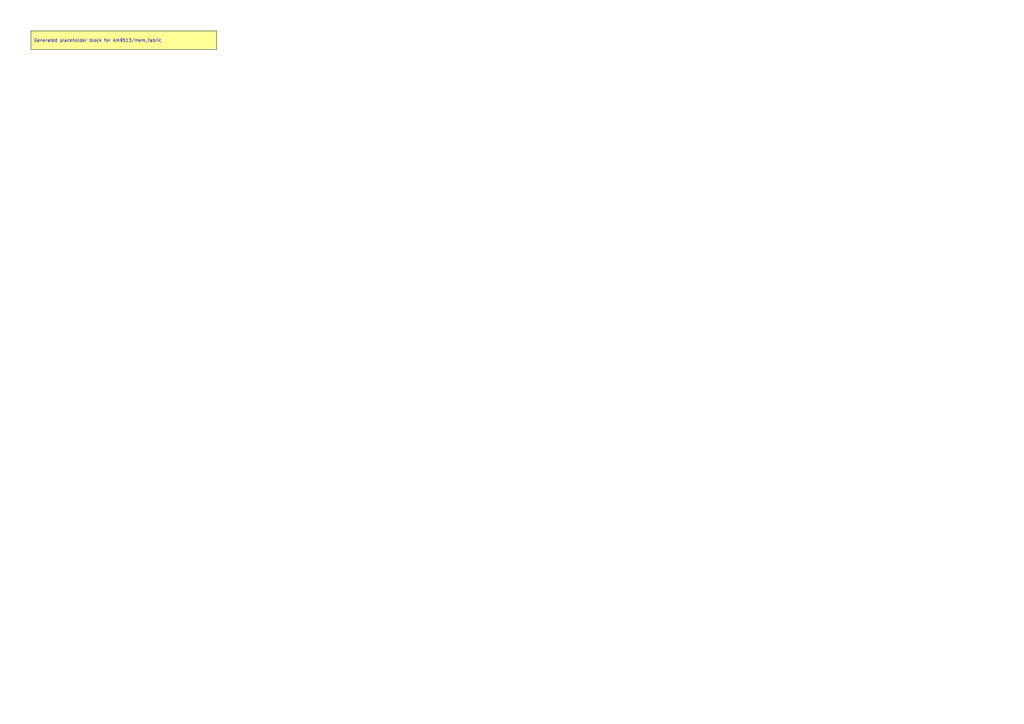
<source format=kicad_sch>
(kicad_sch
	(version 20250114)
	(generator "kicadgen")
	(generator_version "0.1")
	(uuid "c30c0b5b-c663-5fda-8aa7-80547dc5ee46")
	(paper "A3")
	(title_block
		(title "Am9513::mem_fabric")
		(company "Project Carbon")
		(comment 1 "Generated - do not edit in generated/")
		(comment 2 "Edit in schem/kicad9/manual/ or refine mapping specs")
	)
	(lib_symbols)
	(text_box
		"Generated placeholder block for Am9513/mem_fabric"
		(exclude_from_sim no)
		(at
			12.7
			12.7
			0
		)
		(size 76.2 7.62)
		(margins
			1.27
			1.27
			1.27
			1.27
		)
		(stroke
			(width 0)
			(type default)
			(color
				0
				0
				0
				1
			)
		)
		(fill
			(type color)
			(color
				255
				255
				150
				1
			)
		)
		(effects
			(font
				(size 1.27 1.27)
			)
			(justify left)
		)
		(uuid "b47d4188-02c7-5cd7-86e7-13bf7ab15b2e")
	)
	(sheet_instances
		(path
			"/"
			(page "1")
		)
	)
	(embedded_fonts no)
)

</source>
